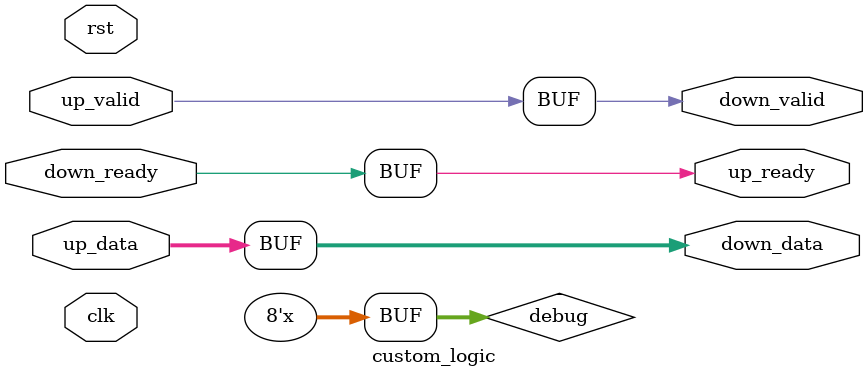
<source format=sv>
module custom_logic #(parameter D_WIDTH = 6)
(
input                   clk,
input                   rst,
input  [(D_WIDTH-1):0]  up_data,
input                   up_valid,
output                  up_ready,
output [(D_WIDTH-1):0]  down_data,
output                  down_valid,
input                   down_ready
);

//Connect signals to the debug vector for visualisation
wire [7:0] debug;


//REASSIGN DEBUG SIGNALS AS NEEDED
assign debug[7] = 1'bx;
assign debug[6] = 1'bx;
assign debug[5] = 1'bx;
assign debug[4] = 1'bx;
assign debug[3] = 1'bx;
assign debug[2] = 1'bx;
assign debug[1] = 1'bx;
assign debug[0] = 1'bx;


//BEGIN CUSTOM LOGIC BLOCK

assign down_data = up_data;
assign down_valid = up_valid;
assign up_ready = down_ready;
//END CUSTOM LOGIC BLOCK

endmodule

</source>
